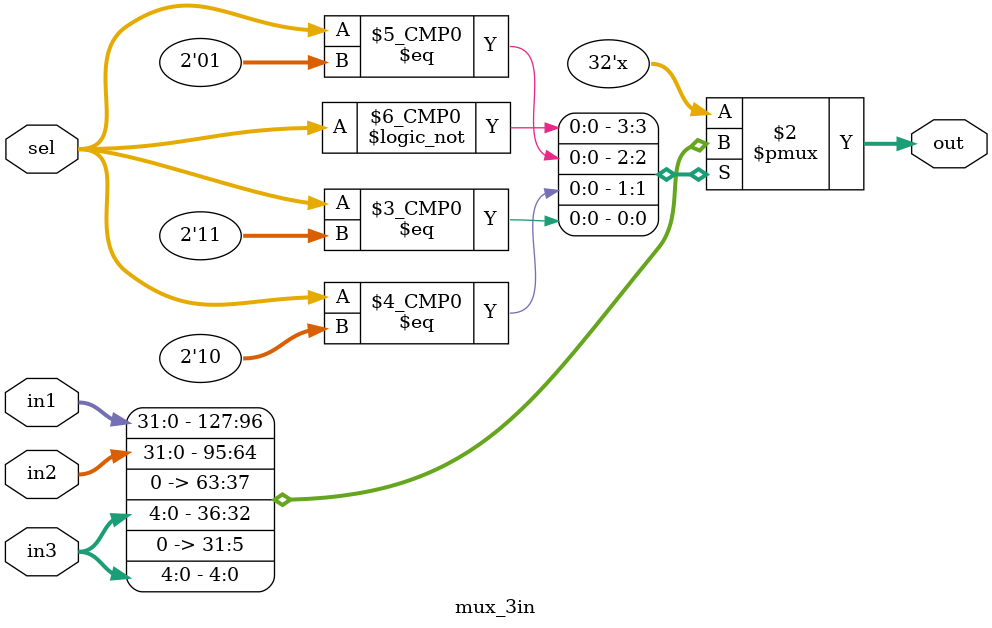
<source format=v>
module mux_3in(
input [1:0]sel ,
input[31:0]in1,in2,
input [4:0]in3,
output reg[31:0]out
);

always@(*)
  begin
    case(sel)
      2'b00 : out = in1 ;
      2'b01 : out = in2 ;
      2'b10 : out = in3 ;
      2'b11 : out = in3 ;
    endcase
  end
endmodule

</source>
